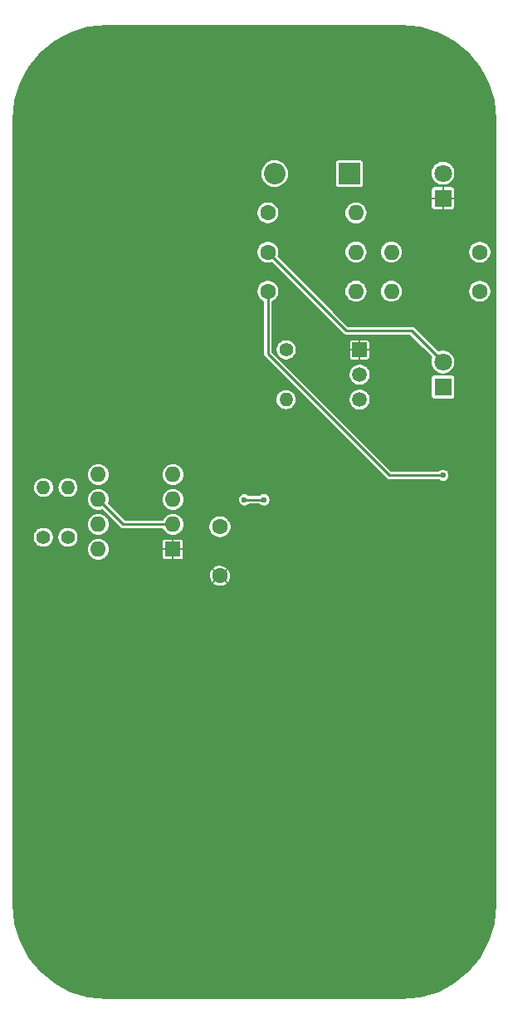
<source format=gbl>
%TF.GenerationSoftware,KiCad,Pcbnew,(6.0.0-rc1-dev-318-g6fdc5972f)*%
%TF.CreationDate,2018-08-27T12:50:57+01:00*%
%TF.ProjectId,SolderChallenge,536F6C6465724368616C6C656E67652E,rev?*%
%TF.SameCoordinates,PX2faf080PY8f0d180*%
%TF.FileFunction,Copper,L2,Bot,Signal*%
%TF.FilePolarity,Positive*%
%FSLAX46Y46*%
G04 Gerber Fmt 4.6, Leading zero omitted, Abs format (unit mm)*
G04 Created by KiCad (PCBNEW (6.0.0-rc1-dev-318-g6fdc5972f)) date 08/27/18 12:50:57*
%MOMM*%
%LPD*%
G01*
G04 APERTURE LIST*
%ADD10O,1.600000X1.600000*%
%ADD11C,1.600000*%
%ADD12R,2.200000X2.200000*%
%ADD13O,2.200000X2.200000*%
%ADD14C,1.800000*%
%ADD15R,1.800000X1.800000*%
%ADD16R,1.600000X1.600000*%
%ADD17C,1.400000*%
%ADD18O,1.400000X1.400000*%
%ADD19C,1.520000*%
%ADD20R,1.520000X1.520000*%
%ADD21C,0.600000*%
%ADD22C,0.250000*%
%ADD23C,0.200000*%
G04 APERTURE END LIST*
D10*
X39000000Y72500000D03*
D11*
X48000000Y72500000D03*
D10*
X39000000Y76500000D03*
D11*
X48000000Y76500000D03*
D10*
X35380000Y72500000D03*
D11*
X26380000Y72500000D03*
D10*
X35380000Y76500000D03*
D11*
X26380000Y76500000D03*
D10*
X35380000Y80500000D03*
D11*
X26380000Y80500000D03*
D12*
X34700000Y84500000D03*
D13*
X27080000Y84500000D03*
D14*
X44250000Y65290000D03*
D15*
X44250000Y62750000D03*
D11*
X21500000Y48500000D03*
X21500000Y43500000D03*
D16*
X16700000Y46200000D03*
D10*
X9080000Y53820000D03*
X16700000Y48740000D03*
X9080000Y51280000D03*
X16700000Y51280000D03*
X9080000Y48740000D03*
X16700000Y53820000D03*
X9080000Y46200000D03*
D17*
X6000000Y47420000D03*
D18*
X6000000Y52500000D03*
D17*
X3500000Y47420000D03*
D18*
X3500000Y52500000D03*
D17*
X28250000Y66550000D03*
D18*
X28250000Y61470000D03*
D15*
X44250000Y82000000D03*
D14*
X44250000Y84540000D03*
D19*
X35750000Y64000000D03*
X35750000Y61460000D03*
D20*
X35750000Y66540000D03*
D21*
X33500000Y16250000D03*
X13750000Y20750000D03*
X7250000Y27750000D03*
X7250000Y34000000D03*
X22500000Y16500000D03*
X15250000Y13750000D03*
X13750000Y28750000D03*
X22000000Y31250000D03*
X38000000Y46750000D03*
X37500000Y31700000D03*
X28200000Y19000000D03*
X44250000Y53750000D03*
X26000000Y51250000D03*
X24000000Y51250000D03*
D22*
X15250000Y13750000D02*
X15250000Y19250000D01*
X15250000Y19250000D02*
X13750000Y20750000D01*
X7250000Y34000000D02*
X7250000Y27750000D01*
X13750000Y28750000D02*
X12500000Y28750000D01*
X12500000Y28750000D02*
X7250000Y34000000D01*
X9080000Y51280000D02*
X11620000Y48740000D01*
X11620000Y48740000D02*
X16700000Y48740000D01*
X26380000Y76500000D02*
X34380000Y68500000D01*
X34380000Y68500000D02*
X41040000Y68500000D01*
X41040000Y68500000D02*
X44250000Y65290000D01*
X44230000Y65270000D02*
X44250000Y65270000D01*
X38750000Y53750000D02*
X44250000Y53750000D01*
X26380000Y66120000D02*
X38750000Y53750000D01*
X26380000Y72500000D02*
X26380000Y66120000D01*
X24000000Y51250000D02*
X26000000Y51250000D01*
D23*
G36*
X41943786Y99402159D02*
X43747212Y98844673D01*
X45377419Y97962009D01*
X46796672Y96791974D01*
X47966708Y95372718D01*
X48849369Y93742516D01*
X49406855Y91939091D01*
X49603321Y89978637D01*
X49603322Y10018635D01*
X49406855Y8058171D01*
X48849369Y6254744D01*
X47966706Y4624538D01*
X46796672Y3205282D01*
X45377418Y2035246D01*
X43747212Y1152581D01*
X41943786Y595093D01*
X39983324Y398626D01*
X10023317Y398626D01*
X8062863Y595092D01*
X6259431Y1152580D01*
X4629229Y2035243D01*
X3209975Y3205278D01*
X2039939Y4624532D01*
X1157275Y6254739D01*
X599788Y8058165D01*
X403321Y10018626D01*
X403321Y42771449D01*
X20771456Y42771449D01*
X20850312Y42605773D01*
X21037250Y42496207D01*
X21241972Y42425217D01*
X21456610Y42395530D01*
X21672915Y42408287D01*
X21882576Y42462998D01*
X22077534Y42557561D01*
X22149688Y42605773D01*
X22228544Y42771449D01*
X21500000Y43499993D01*
X20771456Y42771449D01*
X403321Y42771449D01*
X403321Y43543390D01*
X20395530Y43543390D01*
X20408287Y43327085D01*
X20462998Y43117424D01*
X20557561Y42922466D01*
X20605773Y42850312D01*
X20771449Y42771456D01*
X21499993Y43500000D01*
X21500007Y43500000D01*
X22228551Y42771456D01*
X22394227Y42850312D01*
X22503793Y43037250D01*
X22574783Y43241972D01*
X22604470Y43456610D01*
X22591713Y43672915D01*
X22537002Y43882576D01*
X22442439Y44077534D01*
X22394227Y44149688D01*
X22228551Y44228544D01*
X21500007Y43500000D01*
X21499993Y43500000D01*
X20771449Y44228544D01*
X20605773Y44149688D01*
X20496207Y43962750D01*
X20425217Y43758028D01*
X20395530Y43543390D01*
X403321Y43543390D01*
X403321Y44228551D01*
X20771456Y44228551D01*
X21500000Y43500007D01*
X22228544Y44228551D01*
X22149688Y44394227D01*
X21962750Y44503793D01*
X21758028Y44574783D01*
X21543390Y44604470D01*
X21327085Y44591713D01*
X21117424Y44537002D01*
X20922466Y44442439D01*
X20850312Y44394227D01*
X20771456Y44228551D01*
X403321Y44228551D01*
X403321Y46200000D01*
X7924436Y46200000D01*
X7946640Y45974561D01*
X8012398Y45757785D01*
X8119184Y45558003D01*
X8262893Y45382893D01*
X8438003Y45239184D01*
X8637785Y45132398D01*
X8854561Y45066640D01*
X9023508Y45050000D01*
X9136492Y45050000D01*
X9305439Y45066640D01*
X9522215Y45132398D01*
X9721997Y45239184D01*
X9897107Y45382893D01*
X10040816Y45558003D01*
X10147602Y45757785D01*
X10213360Y45974561D01*
X10228176Y46124995D01*
X15600000Y46124995D01*
X15600000Y45370452D01*
X15611529Y45312493D01*
X15634144Y45257896D01*
X15666975Y45208761D01*
X15708761Y45166975D01*
X15757897Y45134143D01*
X15812494Y45111529D01*
X15870453Y45100000D01*
X16624995Y45100000D01*
X16699995Y45175000D01*
X16699995Y46199995D01*
X16700005Y46199995D01*
X16700005Y45175000D01*
X16775005Y45100000D01*
X17529547Y45100000D01*
X17587506Y45111529D01*
X17642103Y45134143D01*
X17691239Y45166975D01*
X17733025Y45208761D01*
X17765856Y45257896D01*
X17788471Y45312493D01*
X17800000Y45370452D01*
X17800000Y46124995D01*
X17725000Y46199995D01*
X16700005Y46199995D01*
X16699995Y46199995D01*
X15675000Y46199995D01*
X15600000Y46124995D01*
X10228176Y46124995D01*
X10235564Y46200000D01*
X10213360Y46425439D01*
X10147602Y46642215D01*
X10040816Y46841997D01*
X9897107Y47017107D01*
X9881948Y47029548D01*
X15600000Y47029548D01*
X15600000Y46275005D01*
X15675000Y46200005D01*
X16699995Y46200005D01*
X16699995Y47225000D01*
X16700005Y47225000D01*
X16700005Y46200005D01*
X17725000Y46200005D01*
X17800000Y46275005D01*
X17800000Y47029548D01*
X17788471Y47087507D01*
X17765856Y47142104D01*
X17733025Y47191239D01*
X17691239Y47233025D01*
X17642103Y47265857D01*
X17587506Y47288471D01*
X17529547Y47300000D01*
X16775005Y47300000D01*
X16700005Y47225000D01*
X16699995Y47225000D01*
X16624995Y47300000D01*
X15870453Y47300000D01*
X15812494Y47288471D01*
X15757897Y47265857D01*
X15708761Y47233025D01*
X15666975Y47191239D01*
X15634144Y47142104D01*
X15611529Y47087507D01*
X15600000Y47029548D01*
X9881948Y47029548D01*
X9721997Y47160816D01*
X9522215Y47267602D01*
X9305439Y47333360D01*
X9136492Y47350000D01*
X9023508Y47350000D01*
X8854561Y47333360D01*
X8637785Y47267602D01*
X8438003Y47160816D01*
X8262893Y47017107D01*
X8119184Y46841997D01*
X8012398Y46642215D01*
X7946640Y46425439D01*
X7924436Y46200000D01*
X403321Y46200000D01*
X403321Y47523416D01*
X2450000Y47523416D01*
X2450000Y47316584D01*
X2490350Y47113726D01*
X2569502Y46922638D01*
X2684411Y46750664D01*
X2830664Y46604411D01*
X3002638Y46489502D01*
X3193726Y46410350D01*
X3396584Y46370000D01*
X3603416Y46370000D01*
X3806274Y46410350D01*
X3997362Y46489502D01*
X4169336Y46604411D01*
X4315589Y46750664D01*
X4430498Y46922638D01*
X4509650Y47113726D01*
X4550000Y47316584D01*
X4550000Y47523416D01*
X4950000Y47523416D01*
X4950000Y47316584D01*
X4990350Y47113726D01*
X5069502Y46922638D01*
X5184411Y46750664D01*
X5330664Y46604411D01*
X5502638Y46489502D01*
X5693726Y46410350D01*
X5896584Y46370000D01*
X6103416Y46370000D01*
X6306274Y46410350D01*
X6497362Y46489502D01*
X6669336Y46604411D01*
X6815589Y46750664D01*
X6930498Y46922638D01*
X7009650Y47113726D01*
X7050000Y47316584D01*
X7050000Y47523416D01*
X7009650Y47726274D01*
X6930498Y47917362D01*
X6815589Y48089336D01*
X6669336Y48235589D01*
X6497362Y48350498D01*
X6306274Y48429650D01*
X6103416Y48470000D01*
X5896584Y48470000D01*
X5693726Y48429650D01*
X5502638Y48350498D01*
X5330664Y48235589D01*
X5184411Y48089336D01*
X5069502Y47917362D01*
X4990350Y47726274D01*
X4950000Y47523416D01*
X4550000Y47523416D01*
X4509650Y47726274D01*
X4430498Y47917362D01*
X4315589Y48089336D01*
X4169336Y48235589D01*
X3997362Y48350498D01*
X3806274Y48429650D01*
X3603416Y48470000D01*
X3396584Y48470000D01*
X3193726Y48429650D01*
X3002638Y48350498D01*
X2830664Y48235589D01*
X2684411Y48089336D01*
X2569502Y47917362D01*
X2490350Y47726274D01*
X2450000Y47523416D01*
X403321Y47523416D01*
X403321Y48740000D01*
X7924436Y48740000D01*
X7946640Y48514561D01*
X8012398Y48297785D01*
X8119184Y48098003D01*
X8262893Y47922893D01*
X8438003Y47779184D01*
X8637785Y47672398D01*
X8854561Y47606640D01*
X9023508Y47590000D01*
X9136492Y47590000D01*
X9305439Y47606640D01*
X9522215Y47672398D01*
X9721997Y47779184D01*
X9897107Y47922893D01*
X10040816Y48098003D01*
X10147602Y48297785D01*
X10213360Y48514561D01*
X10235564Y48740000D01*
X10213360Y48965439D01*
X10147602Y49182215D01*
X10040816Y49381997D01*
X9897107Y49557107D01*
X9721997Y49700816D01*
X9522215Y49807602D01*
X9305439Y49873360D01*
X9136492Y49890000D01*
X9023508Y49890000D01*
X8854561Y49873360D01*
X8637785Y49807602D01*
X8438003Y49700816D01*
X8262893Y49557107D01*
X8119184Y49381997D01*
X8012398Y49182215D01*
X7946640Y48965439D01*
X7924436Y48740000D01*
X403321Y48740000D01*
X403321Y51280000D01*
X7924436Y51280000D01*
X7946640Y51054561D01*
X8012398Y50837785D01*
X8119184Y50638003D01*
X8262893Y50462893D01*
X8438003Y50319184D01*
X8637785Y50212398D01*
X8854561Y50146640D01*
X9023508Y50130000D01*
X9136492Y50130000D01*
X9305439Y50146640D01*
X9486642Y50201607D01*
X11267621Y48420628D01*
X11282499Y48402499D01*
X11354827Y48343141D01*
X11437346Y48299034D01*
X11526884Y48271873D01*
X11596668Y48265000D01*
X11596669Y48265000D01*
X11619999Y48262702D01*
X11643329Y48265000D01*
X15649922Y48265000D01*
X15739184Y48098003D01*
X15882893Y47922893D01*
X16058003Y47779184D01*
X16257785Y47672398D01*
X16474561Y47606640D01*
X16643508Y47590000D01*
X16756492Y47590000D01*
X16925439Y47606640D01*
X17142215Y47672398D01*
X17341997Y47779184D01*
X17517107Y47922893D01*
X17660816Y48098003D01*
X17767602Y48297785D01*
X17833360Y48514561D01*
X17843081Y48613265D01*
X20350000Y48613265D01*
X20350000Y48386735D01*
X20394194Y48164557D01*
X20480884Y47955271D01*
X20606737Y47766918D01*
X20766918Y47606737D01*
X20955271Y47480884D01*
X21164557Y47394194D01*
X21386735Y47350000D01*
X21613265Y47350000D01*
X21835443Y47394194D01*
X22044729Y47480884D01*
X22233082Y47606737D01*
X22393263Y47766918D01*
X22519116Y47955271D01*
X22605806Y48164557D01*
X22650000Y48386735D01*
X22650000Y48613265D01*
X22605806Y48835443D01*
X22519116Y49044729D01*
X22393263Y49233082D01*
X22233082Y49393263D01*
X22044729Y49519116D01*
X21835443Y49605806D01*
X21613265Y49650000D01*
X21386735Y49650000D01*
X21164557Y49605806D01*
X20955271Y49519116D01*
X20766918Y49393263D01*
X20606737Y49233082D01*
X20480884Y49044729D01*
X20394194Y48835443D01*
X20350000Y48613265D01*
X17843081Y48613265D01*
X17855564Y48740000D01*
X17833360Y48965439D01*
X17767602Y49182215D01*
X17660816Y49381997D01*
X17517107Y49557107D01*
X17341997Y49700816D01*
X17142215Y49807602D01*
X16925439Y49873360D01*
X16756492Y49890000D01*
X16643508Y49890000D01*
X16474561Y49873360D01*
X16257785Y49807602D01*
X16058003Y49700816D01*
X15882893Y49557107D01*
X15739184Y49381997D01*
X15649922Y49215000D01*
X11816751Y49215000D01*
X10158393Y50873358D01*
X10213360Y51054561D01*
X10235564Y51280000D01*
X15544436Y51280000D01*
X15566640Y51054561D01*
X15632398Y50837785D01*
X15739184Y50638003D01*
X15882893Y50462893D01*
X16058003Y50319184D01*
X16257785Y50212398D01*
X16474561Y50146640D01*
X16643508Y50130000D01*
X16756492Y50130000D01*
X16925439Y50146640D01*
X17142215Y50212398D01*
X17341997Y50319184D01*
X17517107Y50462893D01*
X17660816Y50638003D01*
X17767602Y50837785D01*
X17833360Y51054561D01*
X17855564Y51280000D01*
X17852214Y51314019D01*
X23350000Y51314019D01*
X23350000Y51185981D01*
X23374979Y51060402D01*
X23423978Y50942110D01*
X23495112Y50835649D01*
X23585649Y50745112D01*
X23692110Y50673978D01*
X23810402Y50624979D01*
X23935981Y50600000D01*
X24064019Y50600000D01*
X24189598Y50624979D01*
X24307890Y50673978D01*
X24414351Y50745112D01*
X24444239Y50775000D01*
X25555761Y50775000D01*
X25585649Y50745112D01*
X25692110Y50673978D01*
X25810402Y50624979D01*
X25935981Y50600000D01*
X26064019Y50600000D01*
X26189598Y50624979D01*
X26307890Y50673978D01*
X26414351Y50745112D01*
X26504888Y50835649D01*
X26576022Y50942110D01*
X26625021Y51060402D01*
X26650000Y51185981D01*
X26650000Y51314019D01*
X26625021Y51439598D01*
X26576022Y51557890D01*
X26504888Y51664351D01*
X26414351Y51754888D01*
X26307890Y51826022D01*
X26189598Y51875021D01*
X26064019Y51900000D01*
X25935981Y51900000D01*
X25810402Y51875021D01*
X25692110Y51826022D01*
X25585649Y51754888D01*
X25555761Y51725000D01*
X24444239Y51725000D01*
X24414351Y51754888D01*
X24307890Y51826022D01*
X24189598Y51875021D01*
X24064019Y51900000D01*
X23935981Y51900000D01*
X23810402Y51875021D01*
X23692110Y51826022D01*
X23585649Y51754888D01*
X23495112Y51664351D01*
X23423978Y51557890D01*
X23374979Y51439598D01*
X23350000Y51314019D01*
X17852214Y51314019D01*
X17833360Y51505439D01*
X17767602Y51722215D01*
X17660816Y51921997D01*
X17517107Y52097107D01*
X17341997Y52240816D01*
X17142215Y52347602D01*
X16925439Y52413360D01*
X16756492Y52430000D01*
X16643508Y52430000D01*
X16474561Y52413360D01*
X16257785Y52347602D01*
X16058003Y52240816D01*
X15882893Y52097107D01*
X15739184Y51921997D01*
X15632398Y51722215D01*
X15566640Y51505439D01*
X15544436Y51280000D01*
X10235564Y51280000D01*
X10213360Y51505439D01*
X10147602Y51722215D01*
X10040816Y51921997D01*
X9897107Y52097107D01*
X9721997Y52240816D01*
X9522215Y52347602D01*
X9305439Y52413360D01*
X9136492Y52430000D01*
X9023508Y52430000D01*
X8854561Y52413360D01*
X8637785Y52347602D01*
X8438003Y52240816D01*
X8262893Y52097107D01*
X8119184Y51921997D01*
X8012398Y51722215D01*
X7946640Y51505439D01*
X7924436Y51280000D01*
X403321Y51280000D01*
X403321Y52500000D01*
X2444920Y52500000D01*
X2465193Y52294164D01*
X2525233Y52096238D01*
X2622733Y51913829D01*
X2753946Y51753946D01*
X2913829Y51622733D01*
X3096238Y51525233D01*
X3294164Y51465193D01*
X3448422Y51450000D01*
X3551578Y51450000D01*
X3705836Y51465193D01*
X3903762Y51525233D01*
X4086171Y51622733D01*
X4246054Y51753946D01*
X4377267Y51913829D01*
X4474767Y52096238D01*
X4534807Y52294164D01*
X4555080Y52500000D01*
X4944920Y52500000D01*
X4965193Y52294164D01*
X5025233Y52096238D01*
X5122733Y51913829D01*
X5253946Y51753946D01*
X5413829Y51622733D01*
X5596238Y51525233D01*
X5794164Y51465193D01*
X5948422Y51450000D01*
X6051578Y51450000D01*
X6205836Y51465193D01*
X6403762Y51525233D01*
X6586171Y51622733D01*
X6746054Y51753946D01*
X6877267Y51913829D01*
X6974767Y52096238D01*
X7034807Y52294164D01*
X7055080Y52500000D01*
X7034807Y52705836D01*
X6974767Y52903762D01*
X6877267Y53086171D01*
X6746054Y53246054D01*
X6586171Y53377267D01*
X6403762Y53474767D01*
X6205836Y53534807D01*
X6051578Y53550000D01*
X5948422Y53550000D01*
X5794164Y53534807D01*
X5596238Y53474767D01*
X5413829Y53377267D01*
X5253946Y53246054D01*
X5122733Y53086171D01*
X5025233Y52903762D01*
X4965193Y52705836D01*
X4944920Y52500000D01*
X4555080Y52500000D01*
X4534807Y52705836D01*
X4474767Y52903762D01*
X4377267Y53086171D01*
X4246054Y53246054D01*
X4086171Y53377267D01*
X3903762Y53474767D01*
X3705836Y53534807D01*
X3551578Y53550000D01*
X3448422Y53550000D01*
X3294164Y53534807D01*
X3096238Y53474767D01*
X2913829Y53377267D01*
X2753946Y53246054D01*
X2622733Y53086171D01*
X2525233Y52903762D01*
X2465193Y52705836D01*
X2444920Y52500000D01*
X403321Y52500000D01*
X403321Y53820000D01*
X7924436Y53820000D01*
X7946640Y53594561D01*
X8012398Y53377785D01*
X8119184Y53178003D01*
X8262893Y53002893D01*
X8438003Y52859184D01*
X8637785Y52752398D01*
X8854561Y52686640D01*
X9023508Y52670000D01*
X9136492Y52670000D01*
X9305439Y52686640D01*
X9522215Y52752398D01*
X9721997Y52859184D01*
X9897107Y53002893D01*
X10040816Y53178003D01*
X10147602Y53377785D01*
X10213360Y53594561D01*
X10235564Y53820000D01*
X15544436Y53820000D01*
X15566640Y53594561D01*
X15632398Y53377785D01*
X15739184Y53178003D01*
X15882893Y53002893D01*
X16058003Y52859184D01*
X16257785Y52752398D01*
X16474561Y52686640D01*
X16643508Y52670000D01*
X16756492Y52670000D01*
X16925439Y52686640D01*
X17142215Y52752398D01*
X17341997Y52859184D01*
X17517107Y53002893D01*
X17660816Y53178003D01*
X17767602Y53377785D01*
X17833360Y53594561D01*
X17855564Y53820000D01*
X17833360Y54045439D01*
X17767602Y54262215D01*
X17660816Y54461997D01*
X17517107Y54637107D01*
X17341997Y54780816D01*
X17142215Y54887602D01*
X16925439Y54953360D01*
X16756492Y54970000D01*
X16643508Y54970000D01*
X16474561Y54953360D01*
X16257785Y54887602D01*
X16058003Y54780816D01*
X15882893Y54637107D01*
X15739184Y54461997D01*
X15632398Y54262215D01*
X15566640Y54045439D01*
X15544436Y53820000D01*
X10235564Y53820000D01*
X10213360Y54045439D01*
X10147602Y54262215D01*
X10040816Y54461997D01*
X9897107Y54637107D01*
X9721997Y54780816D01*
X9522215Y54887602D01*
X9305439Y54953360D01*
X9136492Y54970000D01*
X9023508Y54970000D01*
X8854561Y54953360D01*
X8637785Y54887602D01*
X8438003Y54780816D01*
X8262893Y54637107D01*
X8119184Y54461997D01*
X8012398Y54262215D01*
X7946640Y54045439D01*
X7924436Y53820000D01*
X403321Y53820000D01*
X403321Y61470000D01*
X27194920Y61470000D01*
X27215193Y61264164D01*
X27275233Y61066238D01*
X27372733Y60883829D01*
X27503946Y60723946D01*
X27663829Y60592733D01*
X27846238Y60495233D01*
X28044164Y60435193D01*
X28198422Y60420000D01*
X28301578Y60420000D01*
X28455836Y60435193D01*
X28653762Y60495233D01*
X28836171Y60592733D01*
X28996054Y60723946D01*
X29127267Y60883829D01*
X29224767Y61066238D01*
X29284807Y61264164D01*
X29305080Y61470000D01*
X29284807Y61675836D01*
X29224767Y61873762D01*
X29127267Y62056171D01*
X28996054Y62216054D01*
X28836171Y62347267D01*
X28653762Y62444767D01*
X28455836Y62504807D01*
X28301578Y62520000D01*
X28198422Y62520000D01*
X28044164Y62504807D01*
X27846238Y62444767D01*
X27663829Y62347267D01*
X27503946Y62216054D01*
X27372733Y62056171D01*
X27275233Y61873762D01*
X27215193Y61675836D01*
X27194920Y61470000D01*
X403321Y61470000D01*
X403321Y72613265D01*
X25230000Y72613265D01*
X25230000Y72386735D01*
X25274194Y72164557D01*
X25360884Y71955271D01*
X25486737Y71766918D01*
X25646918Y71606737D01*
X25835271Y71480884D01*
X25905000Y71452001D01*
X25905001Y66143342D01*
X25902702Y66120000D01*
X25911873Y66026884D01*
X25939035Y65937346D01*
X25983142Y65854827D01*
X26042500Y65782499D01*
X26060629Y65767621D01*
X38397625Y53430623D01*
X38412499Y53412499D01*
X38484827Y53353141D01*
X38538602Y53324398D01*
X38567345Y53309034D01*
X38656884Y53281873D01*
X38750000Y53272702D01*
X38773332Y53275000D01*
X43805761Y53275000D01*
X43835649Y53245112D01*
X43942110Y53173978D01*
X44060402Y53124979D01*
X44185981Y53100000D01*
X44314019Y53100000D01*
X44439598Y53124979D01*
X44557890Y53173978D01*
X44664351Y53245112D01*
X44754888Y53335649D01*
X44826022Y53442110D01*
X44875021Y53560402D01*
X44900000Y53685981D01*
X44900000Y53814019D01*
X44875021Y53939598D01*
X44826022Y54057890D01*
X44754888Y54164351D01*
X44664351Y54254888D01*
X44557890Y54326022D01*
X44439598Y54375021D01*
X44314019Y54400000D01*
X44185981Y54400000D01*
X44060402Y54375021D01*
X43942110Y54326022D01*
X43835649Y54254888D01*
X43805761Y54225000D01*
X38946752Y54225000D01*
X31602426Y61569325D01*
X34640000Y61569325D01*
X34640000Y61350675D01*
X34682657Y61136225D01*
X34766331Y60934218D01*
X34887807Y60752416D01*
X35042416Y60597807D01*
X35224218Y60476331D01*
X35426225Y60392657D01*
X35640675Y60350000D01*
X35859325Y60350000D01*
X36073775Y60392657D01*
X36275782Y60476331D01*
X36457584Y60597807D01*
X36612193Y60752416D01*
X36733669Y60934218D01*
X36817343Y61136225D01*
X36860000Y61350675D01*
X36860000Y61569325D01*
X36817343Y61783775D01*
X36733669Y61985782D01*
X36612193Y62167584D01*
X36457584Y62322193D01*
X36275782Y62443669D01*
X36073775Y62527343D01*
X35859325Y62570000D01*
X35640675Y62570000D01*
X35426225Y62527343D01*
X35224218Y62443669D01*
X35042416Y62322193D01*
X34887807Y62167584D01*
X34766331Y61985782D01*
X34682657Y61783775D01*
X34640000Y61569325D01*
X31602426Y61569325D01*
X29062426Y64109325D01*
X34640000Y64109325D01*
X34640000Y63890675D01*
X34682657Y63676225D01*
X34766331Y63474218D01*
X34887807Y63292416D01*
X35042416Y63137807D01*
X35224218Y63016331D01*
X35426225Y62932657D01*
X35640675Y62890000D01*
X35859325Y62890000D01*
X36073775Y62932657D01*
X36275782Y63016331D01*
X36457584Y63137807D01*
X36612193Y63292416D01*
X36733669Y63474218D01*
X36806480Y63650000D01*
X42998307Y63650000D01*
X42998307Y61850000D01*
X43005065Y61781388D01*
X43025078Y61715413D01*
X43057578Y61654610D01*
X43101315Y61601315D01*
X43154610Y61557578D01*
X43215413Y61525078D01*
X43281388Y61505065D01*
X43350000Y61498307D01*
X45150000Y61498307D01*
X45218612Y61505065D01*
X45284587Y61525078D01*
X45345390Y61557578D01*
X45398685Y61601315D01*
X45442422Y61654610D01*
X45474922Y61715413D01*
X45494935Y61781388D01*
X45501693Y61850000D01*
X45501693Y63650000D01*
X45494935Y63718612D01*
X45474922Y63784587D01*
X45442422Y63845390D01*
X45398685Y63898685D01*
X45345390Y63942422D01*
X45284587Y63974922D01*
X45218612Y63994935D01*
X45150000Y64001693D01*
X43350000Y64001693D01*
X43281388Y63994935D01*
X43215413Y63974922D01*
X43154610Y63942422D01*
X43101315Y63898685D01*
X43057578Y63845390D01*
X43025078Y63784587D01*
X43005065Y63718612D01*
X42998307Y63650000D01*
X36806480Y63650000D01*
X36817343Y63676225D01*
X36860000Y63890675D01*
X36860000Y64109325D01*
X36817343Y64323775D01*
X36733669Y64525782D01*
X36612193Y64707584D01*
X36457584Y64862193D01*
X36275782Y64983669D01*
X36073775Y65067343D01*
X35859325Y65110000D01*
X35640675Y65110000D01*
X35426225Y65067343D01*
X35224218Y64983669D01*
X35042416Y64862193D01*
X34887807Y64707584D01*
X34766331Y64525782D01*
X34682657Y64323775D01*
X34640000Y64109325D01*
X29062426Y64109325D01*
X26855000Y66316750D01*
X26855000Y66653416D01*
X27200000Y66653416D01*
X27200000Y66446584D01*
X27240350Y66243726D01*
X27319502Y66052638D01*
X27434411Y65880664D01*
X27580664Y65734411D01*
X27752638Y65619502D01*
X27943726Y65540350D01*
X28146584Y65500000D01*
X28353416Y65500000D01*
X28556274Y65540350D01*
X28747362Y65619502D01*
X28919336Y65734411D01*
X29065589Y65880664D01*
X29180498Y66052638D01*
X29259650Y66243726D01*
X29300000Y66446584D01*
X29300000Y66464995D01*
X34690000Y66464995D01*
X34690000Y65750452D01*
X34701529Y65692493D01*
X34724144Y65637896D01*
X34756975Y65588761D01*
X34798761Y65546975D01*
X34847897Y65514143D01*
X34902494Y65491529D01*
X34960453Y65480000D01*
X35674995Y65480000D01*
X35749995Y65555000D01*
X35749995Y66539995D01*
X35750005Y66539995D01*
X35750005Y65555000D01*
X35825005Y65480000D01*
X36539547Y65480000D01*
X36597506Y65491529D01*
X36652103Y65514143D01*
X36701239Y65546975D01*
X36743025Y65588761D01*
X36775856Y65637896D01*
X36798471Y65692493D01*
X36810000Y65750452D01*
X36810000Y66464995D01*
X36735000Y66539995D01*
X35750005Y66539995D01*
X35749995Y66539995D01*
X34765000Y66539995D01*
X34690000Y66464995D01*
X29300000Y66464995D01*
X29300000Y66653416D01*
X29259650Y66856274D01*
X29180498Y67047362D01*
X29065589Y67219336D01*
X28955377Y67329548D01*
X34690000Y67329548D01*
X34690000Y66615005D01*
X34765000Y66540005D01*
X35749995Y66540005D01*
X35749995Y67525000D01*
X35750005Y67525000D01*
X35750005Y66540005D01*
X36735000Y66540005D01*
X36810000Y66615005D01*
X36810000Y67329548D01*
X36798471Y67387507D01*
X36775856Y67442104D01*
X36743025Y67491239D01*
X36701239Y67533025D01*
X36652103Y67565857D01*
X36597506Y67588471D01*
X36539547Y67600000D01*
X35825005Y67600000D01*
X35750005Y67525000D01*
X35749995Y67525000D01*
X35674995Y67600000D01*
X34960453Y67600000D01*
X34902494Y67588471D01*
X34847897Y67565857D01*
X34798761Y67533025D01*
X34756975Y67491239D01*
X34724144Y67442104D01*
X34701529Y67387507D01*
X34690000Y67329548D01*
X28955377Y67329548D01*
X28919336Y67365589D01*
X28747362Y67480498D01*
X28556274Y67559650D01*
X28353416Y67600000D01*
X28146584Y67600000D01*
X27943726Y67559650D01*
X27752638Y67480498D01*
X27580664Y67365589D01*
X27434411Y67219336D01*
X27319502Y67047362D01*
X27240350Y66856274D01*
X27200000Y66653416D01*
X26855000Y66653416D01*
X26855000Y71452001D01*
X26924729Y71480884D01*
X27113082Y71606737D01*
X27273263Y71766918D01*
X27399116Y71955271D01*
X27485806Y72164557D01*
X27530000Y72386735D01*
X27530000Y72613265D01*
X27485806Y72835443D01*
X27399116Y73044729D01*
X27273263Y73233082D01*
X27113082Y73393263D01*
X26924729Y73519116D01*
X26715443Y73605806D01*
X26493265Y73650000D01*
X26266735Y73650000D01*
X26044557Y73605806D01*
X25835271Y73519116D01*
X25646918Y73393263D01*
X25486737Y73233082D01*
X25360884Y73044729D01*
X25274194Y72835443D01*
X25230000Y72613265D01*
X403321Y72613265D01*
X403321Y76613265D01*
X25230000Y76613265D01*
X25230000Y76386735D01*
X25274194Y76164557D01*
X25360884Y75955271D01*
X25486737Y75766918D01*
X25646918Y75606737D01*
X25835271Y75480884D01*
X26044557Y75394194D01*
X26266735Y75350000D01*
X26493265Y75350000D01*
X26715443Y75394194D01*
X26785173Y75423077D01*
X34027621Y68180628D01*
X34042499Y68162499D01*
X34114827Y68103141D01*
X34197346Y68059034D01*
X34286884Y68031873D01*
X34356668Y68025000D01*
X34356669Y68025000D01*
X34379999Y68022702D01*
X34403329Y68025000D01*
X40843250Y68025000D01*
X43096540Y65771708D01*
X43048037Y65654611D01*
X43000000Y65413114D01*
X43000000Y65166886D01*
X43048037Y64925389D01*
X43142265Y64697903D01*
X43279062Y64493172D01*
X43453172Y64319062D01*
X43657903Y64182265D01*
X43885389Y64088037D01*
X44126886Y64040000D01*
X44373114Y64040000D01*
X44614611Y64088037D01*
X44842097Y64182265D01*
X45046828Y64319062D01*
X45220938Y64493172D01*
X45357735Y64697903D01*
X45451963Y64925389D01*
X45500000Y65166886D01*
X45500000Y65413114D01*
X45451963Y65654611D01*
X45357735Y65882097D01*
X45220938Y66086828D01*
X45046828Y66260938D01*
X44842097Y66397735D01*
X44614611Y66491963D01*
X44373114Y66540000D01*
X44126886Y66540000D01*
X43885389Y66491963D01*
X43768292Y66443460D01*
X41392384Y68819366D01*
X41377501Y68837501D01*
X41305173Y68896859D01*
X41222654Y68940966D01*
X41133116Y68968127D01*
X41063332Y68975000D01*
X41040000Y68977298D01*
X41016668Y68975000D01*
X34576751Y68975000D01*
X31051751Y72500000D01*
X34224436Y72500000D01*
X34246640Y72274561D01*
X34312398Y72057785D01*
X34419184Y71858003D01*
X34562893Y71682893D01*
X34738003Y71539184D01*
X34937785Y71432398D01*
X35154561Y71366640D01*
X35323508Y71350000D01*
X35436492Y71350000D01*
X35605439Y71366640D01*
X35822215Y71432398D01*
X36021997Y71539184D01*
X36197107Y71682893D01*
X36340816Y71858003D01*
X36447602Y72057785D01*
X36513360Y72274561D01*
X36535564Y72500000D01*
X37844436Y72500000D01*
X37866640Y72274561D01*
X37932398Y72057785D01*
X38039184Y71858003D01*
X38182893Y71682893D01*
X38358003Y71539184D01*
X38557785Y71432398D01*
X38774561Y71366640D01*
X38943508Y71350000D01*
X39056492Y71350000D01*
X39225439Y71366640D01*
X39442215Y71432398D01*
X39641997Y71539184D01*
X39817107Y71682893D01*
X39960816Y71858003D01*
X40067602Y72057785D01*
X40133360Y72274561D01*
X40155564Y72500000D01*
X40144409Y72613265D01*
X46850000Y72613265D01*
X46850000Y72386735D01*
X46894194Y72164557D01*
X46980884Y71955271D01*
X47106737Y71766918D01*
X47266918Y71606737D01*
X47455271Y71480884D01*
X47664557Y71394194D01*
X47886735Y71350000D01*
X48113265Y71350000D01*
X48335443Y71394194D01*
X48544729Y71480884D01*
X48733082Y71606737D01*
X48893263Y71766918D01*
X49019116Y71955271D01*
X49105806Y72164557D01*
X49150000Y72386735D01*
X49150000Y72613265D01*
X49105806Y72835443D01*
X49019116Y73044729D01*
X48893263Y73233082D01*
X48733082Y73393263D01*
X48544729Y73519116D01*
X48335443Y73605806D01*
X48113265Y73650000D01*
X47886735Y73650000D01*
X47664557Y73605806D01*
X47455271Y73519116D01*
X47266918Y73393263D01*
X47106737Y73233082D01*
X46980884Y73044729D01*
X46894194Y72835443D01*
X46850000Y72613265D01*
X40144409Y72613265D01*
X40133360Y72725439D01*
X40067602Y72942215D01*
X39960816Y73141997D01*
X39817107Y73317107D01*
X39641997Y73460816D01*
X39442215Y73567602D01*
X39225439Y73633360D01*
X39056492Y73650000D01*
X38943508Y73650000D01*
X38774561Y73633360D01*
X38557785Y73567602D01*
X38358003Y73460816D01*
X38182893Y73317107D01*
X38039184Y73141997D01*
X37932398Y72942215D01*
X37866640Y72725439D01*
X37844436Y72500000D01*
X36535564Y72500000D01*
X36513360Y72725439D01*
X36447602Y72942215D01*
X36340816Y73141997D01*
X36197107Y73317107D01*
X36021997Y73460816D01*
X35822215Y73567602D01*
X35605439Y73633360D01*
X35436492Y73650000D01*
X35323508Y73650000D01*
X35154561Y73633360D01*
X34937785Y73567602D01*
X34738003Y73460816D01*
X34562893Y73317107D01*
X34419184Y73141997D01*
X34312398Y72942215D01*
X34246640Y72725439D01*
X34224436Y72500000D01*
X31051751Y72500000D01*
X27456923Y76094827D01*
X27485806Y76164557D01*
X27530000Y76386735D01*
X27530000Y76500000D01*
X34224436Y76500000D01*
X34246640Y76274561D01*
X34312398Y76057785D01*
X34419184Y75858003D01*
X34562893Y75682893D01*
X34738003Y75539184D01*
X34937785Y75432398D01*
X35154561Y75366640D01*
X35323508Y75350000D01*
X35436492Y75350000D01*
X35605439Y75366640D01*
X35822215Y75432398D01*
X36021997Y75539184D01*
X36197107Y75682893D01*
X36340816Y75858003D01*
X36447602Y76057785D01*
X36513360Y76274561D01*
X36535564Y76500000D01*
X37844436Y76500000D01*
X37866640Y76274561D01*
X37932398Y76057785D01*
X38039184Y75858003D01*
X38182893Y75682893D01*
X38358003Y75539184D01*
X38557785Y75432398D01*
X38774561Y75366640D01*
X38943508Y75350000D01*
X39056492Y75350000D01*
X39225439Y75366640D01*
X39442215Y75432398D01*
X39641997Y75539184D01*
X39817107Y75682893D01*
X39960816Y75858003D01*
X40067602Y76057785D01*
X40133360Y76274561D01*
X40155564Y76500000D01*
X40144409Y76613265D01*
X46850000Y76613265D01*
X46850000Y76386735D01*
X46894194Y76164557D01*
X46980884Y75955271D01*
X47106737Y75766918D01*
X47266918Y75606737D01*
X47455271Y75480884D01*
X47664557Y75394194D01*
X47886735Y75350000D01*
X48113265Y75350000D01*
X48335443Y75394194D01*
X48544729Y75480884D01*
X48733082Y75606737D01*
X48893263Y75766918D01*
X49019116Y75955271D01*
X49105806Y76164557D01*
X49150000Y76386735D01*
X49150000Y76613265D01*
X49105806Y76835443D01*
X49019116Y77044729D01*
X48893263Y77233082D01*
X48733082Y77393263D01*
X48544729Y77519116D01*
X48335443Y77605806D01*
X48113265Y77650000D01*
X47886735Y77650000D01*
X47664557Y77605806D01*
X47455271Y77519116D01*
X47266918Y77393263D01*
X47106737Y77233082D01*
X46980884Y77044729D01*
X46894194Y76835443D01*
X46850000Y76613265D01*
X40144409Y76613265D01*
X40133360Y76725439D01*
X40067602Y76942215D01*
X39960816Y77141997D01*
X39817107Y77317107D01*
X39641997Y77460816D01*
X39442215Y77567602D01*
X39225439Y77633360D01*
X39056492Y77650000D01*
X38943508Y77650000D01*
X38774561Y77633360D01*
X38557785Y77567602D01*
X38358003Y77460816D01*
X38182893Y77317107D01*
X38039184Y77141997D01*
X37932398Y76942215D01*
X37866640Y76725439D01*
X37844436Y76500000D01*
X36535564Y76500000D01*
X36513360Y76725439D01*
X36447602Y76942215D01*
X36340816Y77141997D01*
X36197107Y77317107D01*
X36021997Y77460816D01*
X35822215Y77567602D01*
X35605439Y77633360D01*
X35436492Y77650000D01*
X35323508Y77650000D01*
X35154561Y77633360D01*
X34937785Y77567602D01*
X34738003Y77460816D01*
X34562893Y77317107D01*
X34419184Y77141997D01*
X34312398Y76942215D01*
X34246640Y76725439D01*
X34224436Y76500000D01*
X27530000Y76500000D01*
X27530000Y76613265D01*
X27485806Y76835443D01*
X27399116Y77044729D01*
X27273263Y77233082D01*
X27113082Y77393263D01*
X26924729Y77519116D01*
X26715443Y77605806D01*
X26493265Y77650000D01*
X26266735Y77650000D01*
X26044557Y77605806D01*
X25835271Y77519116D01*
X25646918Y77393263D01*
X25486737Y77233082D01*
X25360884Y77044729D01*
X25274194Y76835443D01*
X25230000Y76613265D01*
X403321Y76613265D01*
X403321Y80613265D01*
X25230000Y80613265D01*
X25230000Y80386735D01*
X25274194Y80164557D01*
X25360884Y79955271D01*
X25486737Y79766918D01*
X25646918Y79606737D01*
X25835271Y79480884D01*
X26044557Y79394194D01*
X26266735Y79350000D01*
X26493265Y79350000D01*
X26715443Y79394194D01*
X26924729Y79480884D01*
X27113082Y79606737D01*
X27273263Y79766918D01*
X27399116Y79955271D01*
X27485806Y80164557D01*
X27530000Y80386735D01*
X27530000Y80500000D01*
X34224436Y80500000D01*
X34246640Y80274561D01*
X34312398Y80057785D01*
X34419184Y79858003D01*
X34562893Y79682893D01*
X34738003Y79539184D01*
X34937785Y79432398D01*
X35154561Y79366640D01*
X35323508Y79350000D01*
X35436492Y79350000D01*
X35605439Y79366640D01*
X35822215Y79432398D01*
X36021997Y79539184D01*
X36197107Y79682893D01*
X36340816Y79858003D01*
X36447602Y80057785D01*
X36513360Y80274561D01*
X36535564Y80500000D01*
X36513360Y80725439D01*
X36447602Y80942215D01*
X36340816Y81141997D01*
X36197107Y81317107D01*
X36021997Y81460816D01*
X35822215Y81567602D01*
X35605439Y81633360D01*
X35436492Y81650000D01*
X35323508Y81650000D01*
X35154561Y81633360D01*
X34937785Y81567602D01*
X34738003Y81460816D01*
X34562893Y81317107D01*
X34419184Y81141997D01*
X34312398Y80942215D01*
X34246640Y80725439D01*
X34224436Y80500000D01*
X27530000Y80500000D01*
X27530000Y80613265D01*
X27485806Y80835443D01*
X27399116Y81044729D01*
X27273263Y81233082D01*
X27113082Y81393263D01*
X26924729Y81519116D01*
X26715443Y81605806D01*
X26493265Y81650000D01*
X26266735Y81650000D01*
X26044557Y81605806D01*
X25835271Y81519116D01*
X25646918Y81393263D01*
X25486737Y81233082D01*
X25360884Y81044729D01*
X25274194Y80835443D01*
X25230000Y80613265D01*
X403321Y80613265D01*
X403321Y81924995D01*
X43050000Y81924995D01*
X43050000Y81070453D01*
X43061529Y81012494D01*
X43084143Y80957897D01*
X43116975Y80908761D01*
X43158761Y80866975D01*
X43207896Y80834144D01*
X43262493Y80811529D01*
X43320452Y80800000D01*
X44174995Y80800000D01*
X44249995Y80875000D01*
X44249995Y81999995D01*
X44250005Y81999995D01*
X44250005Y80875000D01*
X44325005Y80800000D01*
X45179548Y80800000D01*
X45237507Y80811529D01*
X45292104Y80834144D01*
X45341239Y80866975D01*
X45383025Y80908761D01*
X45415857Y80957897D01*
X45438471Y81012494D01*
X45450000Y81070453D01*
X45450000Y81924995D01*
X45375000Y81999995D01*
X44250005Y81999995D01*
X44249995Y81999995D01*
X43125000Y81999995D01*
X43050000Y81924995D01*
X403321Y81924995D01*
X403321Y82929547D01*
X43050000Y82929547D01*
X43050000Y82075005D01*
X43125000Y82000005D01*
X44249995Y82000005D01*
X44249995Y83125000D01*
X44250005Y83125000D01*
X44250005Y82000005D01*
X45375000Y82000005D01*
X45450000Y82075005D01*
X45450000Y82929547D01*
X45438471Y82987506D01*
X45415857Y83042103D01*
X45383025Y83091239D01*
X45341239Y83133025D01*
X45292104Y83165856D01*
X45237507Y83188471D01*
X45179548Y83200000D01*
X44325005Y83200000D01*
X44250005Y83125000D01*
X44249995Y83125000D01*
X44174995Y83200000D01*
X43320452Y83200000D01*
X43262493Y83188471D01*
X43207896Y83165856D01*
X43158761Y83133025D01*
X43116975Y83091239D01*
X43084143Y83042103D01*
X43061529Y82987506D01*
X43050000Y82929547D01*
X403321Y82929547D01*
X403321Y84500000D01*
X25622985Y84500000D01*
X25650981Y84215750D01*
X25733894Y83942424D01*
X25868536Y83690526D01*
X26049735Y83469735D01*
X26270526Y83288536D01*
X26522424Y83153894D01*
X26795750Y83070981D01*
X27008775Y83050000D01*
X27151225Y83050000D01*
X27364250Y83070981D01*
X27637576Y83153894D01*
X27889474Y83288536D01*
X28110265Y83469735D01*
X28291464Y83690526D01*
X28426106Y83942424D01*
X28509019Y84215750D01*
X28537015Y84500000D01*
X28509019Y84784250D01*
X28426106Y85057576D01*
X28291464Y85309474D01*
X28110265Y85530265D01*
X28025293Y85600000D01*
X33248307Y85600000D01*
X33248307Y83400000D01*
X33255065Y83331388D01*
X33275078Y83265413D01*
X33307578Y83204610D01*
X33351315Y83151315D01*
X33404610Y83107578D01*
X33465413Y83075078D01*
X33531388Y83055065D01*
X33600000Y83048307D01*
X35800000Y83048307D01*
X35868612Y83055065D01*
X35934587Y83075078D01*
X35995390Y83107578D01*
X36048685Y83151315D01*
X36092422Y83204610D01*
X36124922Y83265413D01*
X36144935Y83331388D01*
X36151693Y83400000D01*
X36151693Y84663114D01*
X43000000Y84663114D01*
X43000000Y84416886D01*
X43048037Y84175389D01*
X43142265Y83947903D01*
X43279062Y83743172D01*
X43453172Y83569062D01*
X43657903Y83432265D01*
X43885389Y83338037D01*
X44126886Y83290000D01*
X44373114Y83290000D01*
X44614611Y83338037D01*
X44842097Y83432265D01*
X45046828Y83569062D01*
X45220938Y83743172D01*
X45357735Y83947903D01*
X45451963Y84175389D01*
X45500000Y84416886D01*
X45500000Y84663114D01*
X45451963Y84904611D01*
X45357735Y85132097D01*
X45220938Y85336828D01*
X45046828Y85510938D01*
X44842097Y85647735D01*
X44614611Y85741963D01*
X44373114Y85790000D01*
X44126886Y85790000D01*
X43885389Y85741963D01*
X43657903Y85647735D01*
X43453172Y85510938D01*
X43279062Y85336828D01*
X43142265Y85132097D01*
X43048037Y84904611D01*
X43000000Y84663114D01*
X36151693Y84663114D01*
X36151693Y85600000D01*
X36144935Y85668612D01*
X36124922Y85734587D01*
X36092422Y85795390D01*
X36048685Y85848685D01*
X35995390Y85892422D01*
X35934587Y85924922D01*
X35868612Y85944935D01*
X35800000Y85951693D01*
X33600000Y85951693D01*
X33531388Y85944935D01*
X33465413Y85924922D01*
X33404610Y85892422D01*
X33351315Y85848685D01*
X33307578Y85795390D01*
X33275078Y85734587D01*
X33255065Y85668612D01*
X33248307Y85600000D01*
X28025293Y85600000D01*
X27889474Y85711464D01*
X27637576Y85846106D01*
X27364250Y85929019D01*
X27151225Y85950000D01*
X27008775Y85950000D01*
X26795750Y85929019D01*
X26522424Y85846106D01*
X26270526Y85711464D01*
X26049735Y85530265D01*
X25868536Y85309474D01*
X25733894Y85057576D01*
X25650981Y84784250D01*
X25622985Y84500000D01*
X403321Y84500000D01*
X403321Y89978636D01*
X599788Y91939096D01*
X1157275Y93742522D01*
X2039936Y95372723D01*
X3209974Y96791979D01*
X4629229Y97962012D01*
X6259435Y98844675D01*
X8062861Y99402160D01*
X10023317Y99598626D01*
X39983324Y99598626D01*
X41943786Y99402159D01*
X41943786Y99402159D01*
G37*
X41943786Y99402159D02*
X43747212Y98844673D01*
X45377419Y97962009D01*
X46796672Y96791974D01*
X47966708Y95372718D01*
X48849369Y93742516D01*
X49406855Y91939091D01*
X49603321Y89978637D01*
X49603322Y10018635D01*
X49406855Y8058171D01*
X48849369Y6254744D01*
X47966706Y4624538D01*
X46796672Y3205282D01*
X45377418Y2035246D01*
X43747212Y1152581D01*
X41943786Y595093D01*
X39983324Y398626D01*
X10023317Y398626D01*
X8062863Y595092D01*
X6259431Y1152580D01*
X4629229Y2035243D01*
X3209975Y3205278D01*
X2039939Y4624532D01*
X1157275Y6254739D01*
X599788Y8058165D01*
X403321Y10018626D01*
X403321Y42771449D01*
X20771456Y42771449D01*
X20850312Y42605773D01*
X21037250Y42496207D01*
X21241972Y42425217D01*
X21456610Y42395530D01*
X21672915Y42408287D01*
X21882576Y42462998D01*
X22077534Y42557561D01*
X22149688Y42605773D01*
X22228544Y42771449D01*
X21500000Y43499993D01*
X20771456Y42771449D01*
X403321Y42771449D01*
X403321Y43543390D01*
X20395530Y43543390D01*
X20408287Y43327085D01*
X20462998Y43117424D01*
X20557561Y42922466D01*
X20605773Y42850312D01*
X20771449Y42771456D01*
X21499993Y43500000D01*
X21500007Y43500000D01*
X22228551Y42771456D01*
X22394227Y42850312D01*
X22503793Y43037250D01*
X22574783Y43241972D01*
X22604470Y43456610D01*
X22591713Y43672915D01*
X22537002Y43882576D01*
X22442439Y44077534D01*
X22394227Y44149688D01*
X22228551Y44228544D01*
X21500007Y43500000D01*
X21499993Y43500000D01*
X20771449Y44228544D01*
X20605773Y44149688D01*
X20496207Y43962750D01*
X20425217Y43758028D01*
X20395530Y43543390D01*
X403321Y43543390D01*
X403321Y44228551D01*
X20771456Y44228551D01*
X21500000Y43500007D01*
X22228544Y44228551D01*
X22149688Y44394227D01*
X21962750Y44503793D01*
X21758028Y44574783D01*
X21543390Y44604470D01*
X21327085Y44591713D01*
X21117424Y44537002D01*
X20922466Y44442439D01*
X20850312Y44394227D01*
X20771456Y44228551D01*
X403321Y44228551D01*
X403321Y46200000D01*
X7924436Y46200000D01*
X7946640Y45974561D01*
X8012398Y45757785D01*
X8119184Y45558003D01*
X8262893Y45382893D01*
X8438003Y45239184D01*
X8637785Y45132398D01*
X8854561Y45066640D01*
X9023508Y45050000D01*
X9136492Y45050000D01*
X9305439Y45066640D01*
X9522215Y45132398D01*
X9721997Y45239184D01*
X9897107Y45382893D01*
X10040816Y45558003D01*
X10147602Y45757785D01*
X10213360Y45974561D01*
X10228176Y46124995D01*
X15600000Y46124995D01*
X15600000Y45370452D01*
X15611529Y45312493D01*
X15634144Y45257896D01*
X15666975Y45208761D01*
X15708761Y45166975D01*
X15757897Y45134143D01*
X15812494Y45111529D01*
X15870453Y45100000D01*
X16624995Y45100000D01*
X16699995Y45175000D01*
X16699995Y46199995D01*
X16700005Y46199995D01*
X16700005Y45175000D01*
X16775005Y45100000D01*
X17529547Y45100000D01*
X17587506Y45111529D01*
X17642103Y45134143D01*
X17691239Y45166975D01*
X17733025Y45208761D01*
X17765856Y45257896D01*
X17788471Y45312493D01*
X17800000Y45370452D01*
X17800000Y46124995D01*
X17725000Y46199995D01*
X16700005Y46199995D01*
X16699995Y46199995D01*
X15675000Y46199995D01*
X15600000Y46124995D01*
X10228176Y46124995D01*
X10235564Y46200000D01*
X10213360Y46425439D01*
X10147602Y46642215D01*
X10040816Y46841997D01*
X9897107Y47017107D01*
X9881948Y47029548D01*
X15600000Y47029548D01*
X15600000Y46275005D01*
X15675000Y46200005D01*
X16699995Y46200005D01*
X16699995Y47225000D01*
X16700005Y47225000D01*
X16700005Y46200005D01*
X17725000Y46200005D01*
X17800000Y46275005D01*
X17800000Y47029548D01*
X17788471Y47087507D01*
X17765856Y47142104D01*
X17733025Y47191239D01*
X17691239Y47233025D01*
X17642103Y47265857D01*
X17587506Y47288471D01*
X17529547Y47300000D01*
X16775005Y47300000D01*
X16700005Y47225000D01*
X16699995Y47225000D01*
X16624995Y47300000D01*
X15870453Y47300000D01*
X15812494Y47288471D01*
X15757897Y47265857D01*
X15708761Y47233025D01*
X15666975Y47191239D01*
X15634144Y47142104D01*
X15611529Y47087507D01*
X15600000Y47029548D01*
X9881948Y47029548D01*
X9721997Y47160816D01*
X9522215Y47267602D01*
X9305439Y47333360D01*
X9136492Y47350000D01*
X9023508Y47350000D01*
X8854561Y47333360D01*
X8637785Y47267602D01*
X8438003Y47160816D01*
X8262893Y47017107D01*
X8119184Y46841997D01*
X8012398Y46642215D01*
X7946640Y46425439D01*
X7924436Y46200000D01*
X403321Y46200000D01*
X403321Y47523416D01*
X2450000Y47523416D01*
X2450000Y47316584D01*
X2490350Y47113726D01*
X2569502Y46922638D01*
X2684411Y46750664D01*
X2830664Y46604411D01*
X3002638Y46489502D01*
X3193726Y46410350D01*
X3396584Y46370000D01*
X3603416Y46370000D01*
X3806274Y46410350D01*
X3997362Y46489502D01*
X4169336Y46604411D01*
X4315589Y46750664D01*
X4430498Y46922638D01*
X4509650Y47113726D01*
X4550000Y47316584D01*
X4550000Y47523416D01*
X4950000Y47523416D01*
X4950000Y47316584D01*
X4990350Y47113726D01*
X5069502Y46922638D01*
X5184411Y46750664D01*
X5330664Y46604411D01*
X5502638Y46489502D01*
X5693726Y46410350D01*
X5896584Y46370000D01*
X6103416Y46370000D01*
X6306274Y46410350D01*
X6497362Y46489502D01*
X6669336Y46604411D01*
X6815589Y46750664D01*
X6930498Y46922638D01*
X7009650Y47113726D01*
X7050000Y47316584D01*
X7050000Y47523416D01*
X7009650Y47726274D01*
X6930498Y47917362D01*
X6815589Y48089336D01*
X6669336Y48235589D01*
X6497362Y48350498D01*
X6306274Y48429650D01*
X6103416Y48470000D01*
X5896584Y48470000D01*
X5693726Y48429650D01*
X5502638Y48350498D01*
X5330664Y48235589D01*
X5184411Y48089336D01*
X5069502Y47917362D01*
X4990350Y47726274D01*
X4950000Y47523416D01*
X4550000Y47523416D01*
X4509650Y47726274D01*
X4430498Y47917362D01*
X4315589Y48089336D01*
X4169336Y48235589D01*
X3997362Y48350498D01*
X3806274Y48429650D01*
X3603416Y48470000D01*
X3396584Y48470000D01*
X3193726Y48429650D01*
X3002638Y48350498D01*
X2830664Y48235589D01*
X2684411Y48089336D01*
X2569502Y47917362D01*
X2490350Y47726274D01*
X2450000Y47523416D01*
X403321Y47523416D01*
X403321Y48740000D01*
X7924436Y48740000D01*
X7946640Y48514561D01*
X8012398Y48297785D01*
X8119184Y48098003D01*
X8262893Y47922893D01*
X8438003Y47779184D01*
X8637785Y47672398D01*
X8854561Y47606640D01*
X9023508Y47590000D01*
X9136492Y47590000D01*
X9305439Y47606640D01*
X9522215Y47672398D01*
X9721997Y47779184D01*
X9897107Y47922893D01*
X10040816Y48098003D01*
X10147602Y48297785D01*
X10213360Y48514561D01*
X10235564Y48740000D01*
X10213360Y48965439D01*
X10147602Y49182215D01*
X10040816Y49381997D01*
X9897107Y49557107D01*
X9721997Y49700816D01*
X9522215Y49807602D01*
X9305439Y49873360D01*
X9136492Y49890000D01*
X9023508Y49890000D01*
X8854561Y49873360D01*
X8637785Y49807602D01*
X8438003Y49700816D01*
X8262893Y49557107D01*
X8119184Y49381997D01*
X8012398Y49182215D01*
X7946640Y48965439D01*
X7924436Y48740000D01*
X403321Y48740000D01*
X403321Y51280000D01*
X7924436Y51280000D01*
X7946640Y51054561D01*
X8012398Y50837785D01*
X8119184Y50638003D01*
X8262893Y50462893D01*
X8438003Y50319184D01*
X8637785Y50212398D01*
X8854561Y50146640D01*
X9023508Y50130000D01*
X9136492Y50130000D01*
X9305439Y50146640D01*
X9486642Y50201607D01*
X11267621Y48420628D01*
X11282499Y48402499D01*
X11354827Y48343141D01*
X11437346Y48299034D01*
X11526884Y48271873D01*
X11596668Y48265000D01*
X11596669Y48265000D01*
X11619999Y48262702D01*
X11643329Y48265000D01*
X15649922Y48265000D01*
X15739184Y48098003D01*
X15882893Y47922893D01*
X16058003Y47779184D01*
X16257785Y47672398D01*
X16474561Y47606640D01*
X16643508Y47590000D01*
X16756492Y47590000D01*
X16925439Y47606640D01*
X17142215Y47672398D01*
X17341997Y47779184D01*
X17517107Y47922893D01*
X17660816Y48098003D01*
X17767602Y48297785D01*
X17833360Y48514561D01*
X17843081Y48613265D01*
X20350000Y48613265D01*
X20350000Y48386735D01*
X20394194Y48164557D01*
X20480884Y47955271D01*
X20606737Y47766918D01*
X20766918Y47606737D01*
X20955271Y47480884D01*
X21164557Y47394194D01*
X21386735Y47350000D01*
X21613265Y47350000D01*
X21835443Y47394194D01*
X22044729Y47480884D01*
X22233082Y47606737D01*
X22393263Y47766918D01*
X22519116Y47955271D01*
X22605806Y48164557D01*
X22650000Y48386735D01*
X22650000Y48613265D01*
X22605806Y48835443D01*
X22519116Y49044729D01*
X22393263Y49233082D01*
X22233082Y49393263D01*
X22044729Y49519116D01*
X21835443Y49605806D01*
X21613265Y49650000D01*
X21386735Y49650000D01*
X21164557Y49605806D01*
X20955271Y49519116D01*
X20766918Y49393263D01*
X20606737Y49233082D01*
X20480884Y49044729D01*
X20394194Y48835443D01*
X20350000Y48613265D01*
X17843081Y48613265D01*
X17855564Y48740000D01*
X17833360Y48965439D01*
X17767602Y49182215D01*
X17660816Y49381997D01*
X17517107Y49557107D01*
X17341997Y49700816D01*
X17142215Y49807602D01*
X16925439Y49873360D01*
X16756492Y49890000D01*
X16643508Y49890000D01*
X16474561Y49873360D01*
X16257785Y49807602D01*
X16058003Y49700816D01*
X15882893Y49557107D01*
X15739184Y49381997D01*
X15649922Y49215000D01*
X11816751Y49215000D01*
X10158393Y50873358D01*
X10213360Y51054561D01*
X10235564Y51280000D01*
X15544436Y51280000D01*
X15566640Y51054561D01*
X15632398Y50837785D01*
X15739184Y50638003D01*
X15882893Y50462893D01*
X16058003Y50319184D01*
X16257785Y50212398D01*
X16474561Y50146640D01*
X16643508Y50130000D01*
X16756492Y50130000D01*
X16925439Y50146640D01*
X17142215Y50212398D01*
X17341997Y50319184D01*
X17517107Y50462893D01*
X17660816Y50638003D01*
X17767602Y50837785D01*
X17833360Y51054561D01*
X17855564Y51280000D01*
X17852214Y51314019D01*
X23350000Y51314019D01*
X23350000Y51185981D01*
X23374979Y51060402D01*
X23423978Y50942110D01*
X23495112Y50835649D01*
X23585649Y50745112D01*
X23692110Y50673978D01*
X23810402Y50624979D01*
X23935981Y50600000D01*
X24064019Y50600000D01*
X24189598Y50624979D01*
X24307890Y50673978D01*
X24414351Y50745112D01*
X24444239Y50775000D01*
X25555761Y50775000D01*
X25585649Y50745112D01*
X25692110Y50673978D01*
X25810402Y50624979D01*
X25935981Y50600000D01*
X26064019Y50600000D01*
X26189598Y50624979D01*
X26307890Y50673978D01*
X26414351Y50745112D01*
X26504888Y50835649D01*
X26576022Y50942110D01*
X26625021Y51060402D01*
X26650000Y51185981D01*
X26650000Y51314019D01*
X26625021Y51439598D01*
X26576022Y51557890D01*
X26504888Y51664351D01*
X26414351Y51754888D01*
X26307890Y51826022D01*
X26189598Y51875021D01*
X26064019Y51900000D01*
X25935981Y51900000D01*
X25810402Y51875021D01*
X25692110Y51826022D01*
X25585649Y51754888D01*
X25555761Y51725000D01*
X24444239Y51725000D01*
X24414351Y51754888D01*
X24307890Y51826022D01*
X24189598Y51875021D01*
X24064019Y51900000D01*
X23935981Y51900000D01*
X23810402Y51875021D01*
X23692110Y51826022D01*
X23585649Y51754888D01*
X23495112Y51664351D01*
X23423978Y51557890D01*
X23374979Y51439598D01*
X23350000Y51314019D01*
X17852214Y51314019D01*
X17833360Y51505439D01*
X17767602Y51722215D01*
X17660816Y51921997D01*
X17517107Y52097107D01*
X17341997Y52240816D01*
X17142215Y52347602D01*
X16925439Y52413360D01*
X16756492Y52430000D01*
X16643508Y52430000D01*
X16474561Y52413360D01*
X16257785Y52347602D01*
X16058003Y52240816D01*
X15882893Y52097107D01*
X15739184Y51921997D01*
X15632398Y51722215D01*
X15566640Y51505439D01*
X15544436Y51280000D01*
X10235564Y51280000D01*
X10213360Y51505439D01*
X10147602Y51722215D01*
X10040816Y51921997D01*
X9897107Y52097107D01*
X9721997Y52240816D01*
X9522215Y52347602D01*
X9305439Y52413360D01*
X9136492Y52430000D01*
X9023508Y52430000D01*
X8854561Y52413360D01*
X8637785Y52347602D01*
X8438003Y52240816D01*
X8262893Y52097107D01*
X8119184Y51921997D01*
X8012398Y51722215D01*
X7946640Y51505439D01*
X7924436Y51280000D01*
X403321Y51280000D01*
X403321Y52500000D01*
X2444920Y52500000D01*
X2465193Y52294164D01*
X2525233Y52096238D01*
X2622733Y51913829D01*
X2753946Y51753946D01*
X2913829Y51622733D01*
X3096238Y51525233D01*
X3294164Y51465193D01*
X3448422Y51450000D01*
X3551578Y51450000D01*
X3705836Y51465193D01*
X3903762Y51525233D01*
X4086171Y51622733D01*
X4246054Y51753946D01*
X4377267Y51913829D01*
X4474767Y52096238D01*
X4534807Y52294164D01*
X4555080Y52500000D01*
X4944920Y52500000D01*
X4965193Y52294164D01*
X5025233Y52096238D01*
X5122733Y51913829D01*
X5253946Y51753946D01*
X5413829Y51622733D01*
X5596238Y51525233D01*
X5794164Y51465193D01*
X5948422Y51450000D01*
X6051578Y51450000D01*
X6205836Y51465193D01*
X6403762Y51525233D01*
X6586171Y51622733D01*
X6746054Y51753946D01*
X6877267Y51913829D01*
X6974767Y52096238D01*
X7034807Y52294164D01*
X7055080Y52500000D01*
X7034807Y52705836D01*
X6974767Y52903762D01*
X6877267Y53086171D01*
X6746054Y53246054D01*
X6586171Y53377267D01*
X6403762Y53474767D01*
X6205836Y53534807D01*
X6051578Y53550000D01*
X5948422Y53550000D01*
X5794164Y53534807D01*
X5596238Y53474767D01*
X5413829Y53377267D01*
X5253946Y53246054D01*
X5122733Y53086171D01*
X5025233Y52903762D01*
X4965193Y52705836D01*
X4944920Y52500000D01*
X4555080Y52500000D01*
X4534807Y52705836D01*
X4474767Y52903762D01*
X4377267Y53086171D01*
X4246054Y53246054D01*
X4086171Y53377267D01*
X3903762Y53474767D01*
X3705836Y53534807D01*
X3551578Y53550000D01*
X3448422Y53550000D01*
X3294164Y53534807D01*
X3096238Y53474767D01*
X2913829Y53377267D01*
X2753946Y53246054D01*
X2622733Y53086171D01*
X2525233Y52903762D01*
X2465193Y52705836D01*
X2444920Y52500000D01*
X403321Y52500000D01*
X403321Y53820000D01*
X7924436Y53820000D01*
X7946640Y53594561D01*
X8012398Y53377785D01*
X8119184Y53178003D01*
X8262893Y53002893D01*
X8438003Y52859184D01*
X8637785Y52752398D01*
X8854561Y52686640D01*
X9023508Y52670000D01*
X9136492Y52670000D01*
X9305439Y52686640D01*
X9522215Y52752398D01*
X9721997Y52859184D01*
X9897107Y53002893D01*
X10040816Y53178003D01*
X10147602Y53377785D01*
X10213360Y53594561D01*
X10235564Y53820000D01*
X15544436Y53820000D01*
X15566640Y53594561D01*
X15632398Y53377785D01*
X15739184Y53178003D01*
X15882893Y53002893D01*
X16058003Y52859184D01*
X16257785Y52752398D01*
X16474561Y52686640D01*
X16643508Y52670000D01*
X16756492Y52670000D01*
X16925439Y52686640D01*
X17142215Y52752398D01*
X17341997Y52859184D01*
X17517107Y53002893D01*
X17660816Y53178003D01*
X17767602Y53377785D01*
X17833360Y53594561D01*
X17855564Y53820000D01*
X17833360Y54045439D01*
X17767602Y54262215D01*
X17660816Y54461997D01*
X17517107Y54637107D01*
X17341997Y54780816D01*
X17142215Y54887602D01*
X16925439Y54953360D01*
X16756492Y54970000D01*
X16643508Y54970000D01*
X16474561Y54953360D01*
X16257785Y54887602D01*
X16058003Y54780816D01*
X15882893Y54637107D01*
X15739184Y54461997D01*
X15632398Y54262215D01*
X15566640Y54045439D01*
X15544436Y53820000D01*
X10235564Y53820000D01*
X10213360Y54045439D01*
X10147602Y54262215D01*
X10040816Y54461997D01*
X9897107Y54637107D01*
X9721997Y54780816D01*
X9522215Y54887602D01*
X9305439Y54953360D01*
X9136492Y54970000D01*
X9023508Y54970000D01*
X8854561Y54953360D01*
X8637785Y54887602D01*
X8438003Y54780816D01*
X8262893Y54637107D01*
X8119184Y54461997D01*
X8012398Y54262215D01*
X7946640Y54045439D01*
X7924436Y53820000D01*
X403321Y53820000D01*
X403321Y61470000D01*
X27194920Y61470000D01*
X27215193Y61264164D01*
X27275233Y61066238D01*
X27372733Y60883829D01*
X27503946Y60723946D01*
X27663829Y60592733D01*
X27846238Y60495233D01*
X28044164Y60435193D01*
X28198422Y60420000D01*
X28301578Y60420000D01*
X28455836Y60435193D01*
X28653762Y60495233D01*
X28836171Y60592733D01*
X28996054Y60723946D01*
X29127267Y60883829D01*
X29224767Y61066238D01*
X29284807Y61264164D01*
X29305080Y61470000D01*
X29284807Y61675836D01*
X29224767Y61873762D01*
X29127267Y62056171D01*
X28996054Y62216054D01*
X28836171Y62347267D01*
X28653762Y62444767D01*
X28455836Y62504807D01*
X28301578Y62520000D01*
X28198422Y62520000D01*
X28044164Y62504807D01*
X27846238Y62444767D01*
X27663829Y62347267D01*
X27503946Y62216054D01*
X27372733Y62056171D01*
X27275233Y61873762D01*
X27215193Y61675836D01*
X27194920Y61470000D01*
X403321Y61470000D01*
X403321Y72613265D01*
X25230000Y72613265D01*
X25230000Y72386735D01*
X25274194Y72164557D01*
X25360884Y71955271D01*
X25486737Y71766918D01*
X25646918Y71606737D01*
X25835271Y71480884D01*
X25905000Y71452001D01*
X25905001Y66143342D01*
X25902702Y66120000D01*
X25911873Y66026884D01*
X25939035Y65937346D01*
X25983142Y65854827D01*
X26042500Y65782499D01*
X26060629Y65767621D01*
X38397625Y53430623D01*
X38412499Y53412499D01*
X38484827Y53353141D01*
X38538602Y53324398D01*
X38567345Y53309034D01*
X38656884Y53281873D01*
X38750000Y53272702D01*
X38773332Y53275000D01*
X43805761Y53275000D01*
X43835649Y53245112D01*
X43942110Y53173978D01*
X44060402Y53124979D01*
X44185981Y53100000D01*
X44314019Y53100000D01*
X44439598Y53124979D01*
X44557890Y53173978D01*
X44664351Y53245112D01*
X44754888Y53335649D01*
X44826022Y53442110D01*
X44875021Y53560402D01*
X44900000Y53685981D01*
X44900000Y53814019D01*
X44875021Y53939598D01*
X44826022Y54057890D01*
X44754888Y54164351D01*
X44664351Y54254888D01*
X44557890Y54326022D01*
X44439598Y54375021D01*
X44314019Y54400000D01*
X44185981Y54400000D01*
X44060402Y54375021D01*
X43942110Y54326022D01*
X43835649Y54254888D01*
X43805761Y54225000D01*
X38946752Y54225000D01*
X31602426Y61569325D01*
X34640000Y61569325D01*
X34640000Y61350675D01*
X34682657Y61136225D01*
X34766331Y60934218D01*
X34887807Y60752416D01*
X35042416Y60597807D01*
X35224218Y60476331D01*
X35426225Y60392657D01*
X35640675Y60350000D01*
X35859325Y60350000D01*
X36073775Y60392657D01*
X36275782Y60476331D01*
X36457584Y60597807D01*
X36612193Y60752416D01*
X36733669Y60934218D01*
X36817343Y61136225D01*
X36860000Y61350675D01*
X36860000Y61569325D01*
X36817343Y61783775D01*
X36733669Y61985782D01*
X36612193Y62167584D01*
X36457584Y62322193D01*
X36275782Y62443669D01*
X36073775Y62527343D01*
X35859325Y62570000D01*
X35640675Y62570000D01*
X35426225Y62527343D01*
X35224218Y62443669D01*
X35042416Y62322193D01*
X34887807Y62167584D01*
X34766331Y61985782D01*
X34682657Y61783775D01*
X34640000Y61569325D01*
X31602426Y61569325D01*
X29062426Y64109325D01*
X34640000Y64109325D01*
X34640000Y63890675D01*
X34682657Y63676225D01*
X34766331Y63474218D01*
X34887807Y63292416D01*
X35042416Y63137807D01*
X35224218Y63016331D01*
X35426225Y62932657D01*
X35640675Y62890000D01*
X35859325Y62890000D01*
X36073775Y62932657D01*
X36275782Y63016331D01*
X36457584Y63137807D01*
X36612193Y63292416D01*
X36733669Y63474218D01*
X36806480Y63650000D01*
X42998307Y63650000D01*
X42998307Y61850000D01*
X43005065Y61781388D01*
X43025078Y61715413D01*
X43057578Y61654610D01*
X43101315Y61601315D01*
X43154610Y61557578D01*
X43215413Y61525078D01*
X43281388Y61505065D01*
X43350000Y61498307D01*
X45150000Y61498307D01*
X45218612Y61505065D01*
X45284587Y61525078D01*
X45345390Y61557578D01*
X45398685Y61601315D01*
X45442422Y61654610D01*
X45474922Y61715413D01*
X45494935Y61781388D01*
X45501693Y61850000D01*
X45501693Y63650000D01*
X45494935Y63718612D01*
X45474922Y63784587D01*
X45442422Y63845390D01*
X45398685Y63898685D01*
X45345390Y63942422D01*
X45284587Y63974922D01*
X45218612Y63994935D01*
X45150000Y64001693D01*
X43350000Y64001693D01*
X43281388Y63994935D01*
X43215413Y63974922D01*
X43154610Y63942422D01*
X43101315Y63898685D01*
X43057578Y63845390D01*
X43025078Y63784587D01*
X43005065Y63718612D01*
X42998307Y63650000D01*
X36806480Y63650000D01*
X36817343Y63676225D01*
X36860000Y63890675D01*
X36860000Y64109325D01*
X36817343Y64323775D01*
X36733669Y64525782D01*
X36612193Y64707584D01*
X36457584Y64862193D01*
X36275782Y64983669D01*
X36073775Y65067343D01*
X35859325Y65110000D01*
X35640675Y65110000D01*
X35426225Y65067343D01*
X35224218Y64983669D01*
X35042416Y64862193D01*
X34887807Y64707584D01*
X34766331Y64525782D01*
X34682657Y64323775D01*
X34640000Y64109325D01*
X29062426Y64109325D01*
X26855000Y66316750D01*
X26855000Y66653416D01*
X27200000Y66653416D01*
X27200000Y66446584D01*
X27240350Y66243726D01*
X27319502Y66052638D01*
X27434411Y65880664D01*
X27580664Y65734411D01*
X27752638Y65619502D01*
X27943726Y65540350D01*
X28146584Y65500000D01*
X28353416Y65500000D01*
X28556274Y65540350D01*
X28747362Y65619502D01*
X28919336Y65734411D01*
X29065589Y65880664D01*
X29180498Y66052638D01*
X29259650Y66243726D01*
X29300000Y66446584D01*
X29300000Y66464995D01*
X34690000Y66464995D01*
X34690000Y65750452D01*
X34701529Y65692493D01*
X34724144Y65637896D01*
X34756975Y65588761D01*
X34798761Y65546975D01*
X34847897Y65514143D01*
X34902494Y65491529D01*
X34960453Y65480000D01*
X35674995Y65480000D01*
X35749995Y65555000D01*
X35749995Y66539995D01*
X35750005Y66539995D01*
X35750005Y65555000D01*
X35825005Y65480000D01*
X36539547Y65480000D01*
X36597506Y65491529D01*
X36652103Y65514143D01*
X36701239Y65546975D01*
X36743025Y65588761D01*
X36775856Y65637896D01*
X36798471Y65692493D01*
X36810000Y65750452D01*
X36810000Y66464995D01*
X36735000Y66539995D01*
X35750005Y66539995D01*
X35749995Y66539995D01*
X34765000Y66539995D01*
X34690000Y66464995D01*
X29300000Y66464995D01*
X29300000Y66653416D01*
X29259650Y66856274D01*
X29180498Y67047362D01*
X29065589Y67219336D01*
X28955377Y67329548D01*
X34690000Y67329548D01*
X34690000Y66615005D01*
X34765000Y66540005D01*
X35749995Y66540005D01*
X35749995Y67525000D01*
X35750005Y67525000D01*
X35750005Y66540005D01*
X36735000Y66540005D01*
X36810000Y66615005D01*
X36810000Y67329548D01*
X36798471Y67387507D01*
X36775856Y67442104D01*
X36743025Y67491239D01*
X36701239Y67533025D01*
X36652103Y67565857D01*
X36597506Y67588471D01*
X36539547Y67600000D01*
X35825005Y67600000D01*
X35750005Y67525000D01*
X35749995Y67525000D01*
X35674995Y67600000D01*
X34960453Y67600000D01*
X34902494Y67588471D01*
X34847897Y67565857D01*
X34798761Y67533025D01*
X34756975Y67491239D01*
X34724144Y67442104D01*
X34701529Y67387507D01*
X34690000Y67329548D01*
X28955377Y67329548D01*
X28919336Y67365589D01*
X28747362Y67480498D01*
X28556274Y67559650D01*
X28353416Y67600000D01*
X28146584Y67600000D01*
X27943726Y67559650D01*
X27752638Y67480498D01*
X27580664Y67365589D01*
X27434411Y67219336D01*
X27319502Y67047362D01*
X27240350Y66856274D01*
X27200000Y66653416D01*
X26855000Y66653416D01*
X26855000Y71452001D01*
X26924729Y71480884D01*
X27113082Y71606737D01*
X27273263Y71766918D01*
X27399116Y71955271D01*
X27485806Y72164557D01*
X27530000Y72386735D01*
X27530000Y72613265D01*
X27485806Y72835443D01*
X27399116Y73044729D01*
X27273263Y73233082D01*
X27113082Y73393263D01*
X26924729Y73519116D01*
X26715443Y73605806D01*
X26493265Y73650000D01*
X26266735Y73650000D01*
X26044557Y73605806D01*
X25835271Y73519116D01*
X25646918Y73393263D01*
X25486737Y73233082D01*
X25360884Y73044729D01*
X25274194Y72835443D01*
X25230000Y72613265D01*
X403321Y72613265D01*
X403321Y76613265D01*
X25230000Y76613265D01*
X25230000Y76386735D01*
X25274194Y76164557D01*
X25360884Y75955271D01*
X25486737Y75766918D01*
X25646918Y75606737D01*
X25835271Y75480884D01*
X26044557Y75394194D01*
X26266735Y75350000D01*
X26493265Y75350000D01*
X26715443Y75394194D01*
X26785173Y75423077D01*
X34027621Y68180628D01*
X34042499Y68162499D01*
X34114827Y68103141D01*
X34197346Y68059034D01*
X34286884Y68031873D01*
X34356668Y68025000D01*
X34356669Y68025000D01*
X34379999Y68022702D01*
X34403329Y68025000D01*
X40843250Y68025000D01*
X43096540Y65771708D01*
X43048037Y65654611D01*
X43000000Y65413114D01*
X43000000Y65166886D01*
X43048037Y64925389D01*
X43142265Y64697903D01*
X43279062Y64493172D01*
X43453172Y64319062D01*
X43657903Y64182265D01*
X43885389Y64088037D01*
X44126886Y64040000D01*
X44373114Y64040000D01*
X44614611Y64088037D01*
X44842097Y64182265D01*
X45046828Y64319062D01*
X45220938Y64493172D01*
X45357735Y64697903D01*
X45451963Y64925389D01*
X45500000Y65166886D01*
X45500000Y65413114D01*
X45451963Y65654611D01*
X45357735Y65882097D01*
X45220938Y66086828D01*
X45046828Y66260938D01*
X44842097Y66397735D01*
X44614611Y66491963D01*
X44373114Y66540000D01*
X44126886Y66540000D01*
X43885389Y66491963D01*
X43768292Y66443460D01*
X41392384Y68819366D01*
X41377501Y68837501D01*
X41305173Y68896859D01*
X41222654Y68940966D01*
X41133116Y68968127D01*
X41063332Y68975000D01*
X41040000Y68977298D01*
X41016668Y68975000D01*
X34576751Y68975000D01*
X31051751Y72500000D01*
X34224436Y72500000D01*
X34246640Y72274561D01*
X34312398Y72057785D01*
X34419184Y71858003D01*
X34562893Y71682893D01*
X34738003Y71539184D01*
X34937785Y71432398D01*
X35154561Y71366640D01*
X35323508Y71350000D01*
X35436492Y71350000D01*
X35605439Y71366640D01*
X35822215Y71432398D01*
X36021997Y71539184D01*
X36197107Y71682893D01*
X36340816Y71858003D01*
X36447602Y72057785D01*
X36513360Y72274561D01*
X36535564Y72500000D01*
X37844436Y72500000D01*
X37866640Y72274561D01*
X37932398Y72057785D01*
X38039184Y71858003D01*
X38182893Y71682893D01*
X38358003Y71539184D01*
X38557785Y71432398D01*
X38774561Y71366640D01*
X38943508Y71350000D01*
X39056492Y71350000D01*
X39225439Y71366640D01*
X39442215Y71432398D01*
X39641997Y71539184D01*
X39817107Y71682893D01*
X39960816Y71858003D01*
X40067602Y72057785D01*
X40133360Y72274561D01*
X40155564Y72500000D01*
X40144409Y72613265D01*
X46850000Y72613265D01*
X46850000Y72386735D01*
X46894194Y72164557D01*
X46980884Y71955271D01*
X47106737Y71766918D01*
X47266918Y71606737D01*
X47455271Y71480884D01*
X47664557Y71394194D01*
X47886735Y71350000D01*
X48113265Y71350000D01*
X48335443Y71394194D01*
X48544729Y71480884D01*
X48733082Y71606737D01*
X48893263Y71766918D01*
X49019116Y71955271D01*
X49105806Y72164557D01*
X49150000Y72386735D01*
X49150000Y72613265D01*
X49105806Y72835443D01*
X49019116Y73044729D01*
X48893263Y73233082D01*
X48733082Y73393263D01*
X48544729Y73519116D01*
X48335443Y73605806D01*
X48113265Y73650000D01*
X47886735Y73650000D01*
X47664557Y73605806D01*
X47455271Y73519116D01*
X47266918Y73393263D01*
X47106737Y73233082D01*
X46980884Y73044729D01*
X46894194Y72835443D01*
X46850000Y72613265D01*
X40144409Y72613265D01*
X40133360Y72725439D01*
X40067602Y72942215D01*
X39960816Y73141997D01*
X39817107Y73317107D01*
X39641997Y73460816D01*
X39442215Y73567602D01*
X39225439Y73633360D01*
X39056492Y73650000D01*
X38943508Y73650000D01*
X38774561Y73633360D01*
X38557785Y73567602D01*
X38358003Y73460816D01*
X38182893Y73317107D01*
X38039184Y73141997D01*
X37932398Y72942215D01*
X37866640Y72725439D01*
X37844436Y72500000D01*
X36535564Y72500000D01*
X36513360Y72725439D01*
X36447602Y72942215D01*
X36340816Y73141997D01*
X36197107Y73317107D01*
X36021997Y73460816D01*
X35822215Y73567602D01*
X35605439Y73633360D01*
X35436492Y73650000D01*
X35323508Y73650000D01*
X35154561Y73633360D01*
X34937785Y73567602D01*
X34738003Y73460816D01*
X34562893Y73317107D01*
X34419184Y73141997D01*
X34312398Y72942215D01*
X34246640Y72725439D01*
X34224436Y72500000D01*
X31051751Y72500000D01*
X27456923Y76094827D01*
X27485806Y76164557D01*
X27530000Y76386735D01*
X27530000Y76500000D01*
X34224436Y76500000D01*
X34246640Y76274561D01*
X34312398Y76057785D01*
X34419184Y75858003D01*
X34562893Y75682893D01*
X34738003Y75539184D01*
X34937785Y75432398D01*
X35154561Y75366640D01*
X35323508Y75350000D01*
X35436492Y75350000D01*
X35605439Y75366640D01*
X35822215Y75432398D01*
X36021997Y75539184D01*
X36197107Y75682893D01*
X36340816Y75858003D01*
X36447602Y76057785D01*
X36513360Y76274561D01*
X36535564Y76500000D01*
X37844436Y76500000D01*
X37866640Y76274561D01*
X37932398Y76057785D01*
X38039184Y75858003D01*
X38182893Y75682893D01*
X38358003Y75539184D01*
X38557785Y75432398D01*
X38774561Y75366640D01*
X38943508Y75350000D01*
X39056492Y75350000D01*
X39225439Y75366640D01*
X39442215Y75432398D01*
X39641997Y75539184D01*
X39817107Y75682893D01*
X39960816Y75858003D01*
X40067602Y76057785D01*
X40133360Y76274561D01*
X40155564Y76500000D01*
X40144409Y76613265D01*
X46850000Y76613265D01*
X46850000Y76386735D01*
X46894194Y76164557D01*
X46980884Y75955271D01*
X47106737Y75766918D01*
X47266918Y75606737D01*
X47455271Y75480884D01*
X47664557Y75394194D01*
X47886735Y75350000D01*
X48113265Y75350000D01*
X48335443Y75394194D01*
X48544729Y75480884D01*
X48733082Y75606737D01*
X48893263Y75766918D01*
X49019116Y75955271D01*
X49105806Y76164557D01*
X49150000Y76386735D01*
X49150000Y76613265D01*
X49105806Y76835443D01*
X49019116Y77044729D01*
X48893263Y77233082D01*
X48733082Y77393263D01*
X48544729Y77519116D01*
X48335443Y77605806D01*
X48113265Y77650000D01*
X47886735Y77650000D01*
X47664557Y77605806D01*
X47455271Y77519116D01*
X47266918Y77393263D01*
X47106737Y77233082D01*
X46980884Y77044729D01*
X46894194Y76835443D01*
X46850000Y76613265D01*
X40144409Y76613265D01*
X40133360Y76725439D01*
X40067602Y76942215D01*
X39960816Y77141997D01*
X39817107Y77317107D01*
X39641997Y77460816D01*
X39442215Y77567602D01*
X39225439Y77633360D01*
X39056492Y77650000D01*
X38943508Y77650000D01*
X38774561Y77633360D01*
X38557785Y77567602D01*
X38358003Y77460816D01*
X38182893Y77317107D01*
X38039184Y77141997D01*
X37932398Y76942215D01*
X37866640Y76725439D01*
X37844436Y76500000D01*
X36535564Y76500000D01*
X36513360Y76725439D01*
X36447602Y76942215D01*
X36340816Y77141997D01*
X36197107Y77317107D01*
X36021997Y77460816D01*
X35822215Y77567602D01*
X35605439Y77633360D01*
X35436492Y77650000D01*
X35323508Y77650000D01*
X35154561Y77633360D01*
X34937785Y77567602D01*
X34738003Y77460816D01*
X34562893Y77317107D01*
X34419184Y77141997D01*
X34312398Y76942215D01*
X34246640Y76725439D01*
X34224436Y76500000D01*
X27530000Y76500000D01*
X27530000Y76613265D01*
X27485806Y76835443D01*
X27399116Y77044729D01*
X27273263Y77233082D01*
X27113082Y77393263D01*
X26924729Y77519116D01*
X26715443Y77605806D01*
X26493265Y77650000D01*
X26266735Y77650000D01*
X26044557Y77605806D01*
X25835271Y77519116D01*
X25646918Y77393263D01*
X25486737Y77233082D01*
X25360884Y77044729D01*
X25274194Y76835443D01*
X25230000Y76613265D01*
X403321Y76613265D01*
X403321Y80613265D01*
X25230000Y80613265D01*
X25230000Y80386735D01*
X25274194Y80164557D01*
X25360884Y79955271D01*
X25486737Y79766918D01*
X25646918Y79606737D01*
X25835271Y79480884D01*
X26044557Y79394194D01*
X26266735Y79350000D01*
X26493265Y79350000D01*
X26715443Y79394194D01*
X26924729Y79480884D01*
X27113082Y79606737D01*
X27273263Y79766918D01*
X27399116Y79955271D01*
X27485806Y80164557D01*
X27530000Y80386735D01*
X27530000Y80500000D01*
X34224436Y80500000D01*
X34246640Y80274561D01*
X34312398Y80057785D01*
X34419184Y79858003D01*
X34562893Y79682893D01*
X34738003Y79539184D01*
X34937785Y79432398D01*
X35154561Y79366640D01*
X35323508Y79350000D01*
X35436492Y79350000D01*
X35605439Y79366640D01*
X35822215Y79432398D01*
X36021997Y79539184D01*
X36197107Y79682893D01*
X36340816Y79858003D01*
X36447602Y80057785D01*
X36513360Y80274561D01*
X36535564Y80500000D01*
X36513360Y80725439D01*
X36447602Y80942215D01*
X36340816Y81141997D01*
X36197107Y81317107D01*
X36021997Y81460816D01*
X35822215Y81567602D01*
X35605439Y81633360D01*
X35436492Y81650000D01*
X35323508Y81650000D01*
X35154561Y81633360D01*
X34937785Y81567602D01*
X34738003Y81460816D01*
X34562893Y81317107D01*
X34419184Y81141997D01*
X34312398Y80942215D01*
X34246640Y80725439D01*
X34224436Y80500000D01*
X27530000Y80500000D01*
X27530000Y80613265D01*
X27485806Y80835443D01*
X27399116Y81044729D01*
X27273263Y81233082D01*
X27113082Y81393263D01*
X26924729Y81519116D01*
X26715443Y81605806D01*
X26493265Y81650000D01*
X26266735Y81650000D01*
X26044557Y81605806D01*
X25835271Y81519116D01*
X25646918Y81393263D01*
X25486737Y81233082D01*
X25360884Y81044729D01*
X25274194Y80835443D01*
X25230000Y80613265D01*
X403321Y80613265D01*
X403321Y81924995D01*
X43050000Y81924995D01*
X43050000Y81070453D01*
X43061529Y81012494D01*
X43084143Y80957897D01*
X43116975Y80908761D01*
X43158761Y80866975D01*
X43207896Y80834144D01*
X43262493Y80811529D01*
X43320452Y80800000D01*
X44174995Y80800000D01*
X44249995Y80875000D01*
X44249995Y81999995D01*
X44250005Y81999995D01*
X44250005Y80875000D01*
X44325005Y80800000D01*
X45179548Y80800000D01*
X45237507Y80811529D01*
X45292104Y80834144D01*
X45341239Y80866975D01*
X45383025Y80908761D01*
X45415857Y80957897D01*
X45438471Y81012494D01*
X45450000Y81070453D01*
X45450000Y81924995D01*
X45375000Y81999995D01*
X44250005Y81999995D01*
X44249995Y81999995D01*
X43125000Y81999995D01*
X43050000Y81924995D01*
X403321Y81924995D01*
X403321Y82929547D01*
X43050000Y82929547D01*
X43050000Y82075005D01*
X43125000Y82000005D01*
X44249995Y82000005D01*
X44249995Y83125000D01*
X44250005Y83125000D01*
X44250005Y82000005D01*
X45375000Y82000005D01*
X45450000Y82075005D01*
X45450000Y82929547D01*
X45438471Y82987506D01*
X45415857Y83042103D01*
X45383025Y83091239D01*
X45341239Y83133025D01*
X45292104Y83165856D01*
X45237507Y83188471D01*
X45179548Y83200000D01*
X44325005Y83200000D01*
X44250005Y83125000D01*
X44249995Y83125000D01*
X44174995Y83200000D01*
X43320452Y83200000D01*
X43262493Y83188471D01*
X43207896Y83165856D01*
X43158761Y83133025D01*
X43116975Y83091239D01*
X43084143Y83042103D01*
X43061529Y82987506D01*
X43050000Y82929547D01*
X403321Y82929547D01*
X403321Y84500000D01*
X25622985Y84500000D01*
X25650981Y84215750D01*
X25733894Y83942424D01*
X25868536Y83690526D01*
X26049735Y83469735D01*
X26270526Y83288536D01*
X26522424Y83153894D01*
X26795750Y83070981D01*
X27008775Y83050000D01*
X27151225Y83050000D01*
X27364250Y83070981D01*
X27637576Y83153894D01*
X27889474Y83288536D01*
X28110265Y83469735D01*
X28291464Y83690526D01*
X28426106Y83942424D01*
X28509019Y84215750D01*
X28537015Y84500000D01*
X28509019Y84784250D01*
X28426106Y85057576D01*
X28291464Y85309474D01*
X28110265Y85530265D01*
X28025293Y85600000D01*
X33248307Y85600000D01*
X33248307Y83400000D01*
X33255065Y83331388D01*
X33275078Y83265413D01*
X33307578Y83204610D01*
X33351315Y83151315D01*
X33404610Y83107578D01*
X33465413Y83075078D01*
X33531388Y83055065D01*
X33600000Y83048307D01*
X35800000Y83048307D01*
X35868612Y83055065D01*
X35934587Y83075078D01*
X35995390Y83107578D01*
X36048685Y83151315D01*
X36092422Y83204610D01*
X36124922Y83265413D01*
X36144935Y83331388D01*
X36151693Y83400000D01*
X36151693Y84663114D01*
X43000000Y84663114D01*
X43000000Y84416886D01*
X43048037Y84175389D01*
X43142265Y83947903D01*
X43279062Y83743172D01*
X43453172Y83569062D01*
X43657903Y83432265D01*
X43885389Y83338037D01*
X44126886Y83290000D01*
X44373114Y83290000D01*
X44614611Y83338037D01*
X44842097Y83432265D01*
X45046828Y83569062D01*
X45220938Y83743172D01*
X45357735Y83947903D01*
X45451963Y84175389D01*
X45500000Y84416886D01*
X45500000Y84663114D01*
X45451963Y84904611D01*
X45357735Y85132097D01*
X45220938Y85336828D01*
X45046828Y85510938D01*
X44842097Y85647735D01*
X44614611Y85741963D01*
X44373114Y85790000D01*
X44126886Y85790000D01*
X43885389Y85741963D01*
X43657903Y85647735D01*
X43453172Y85510938D01*
X43279062Y85336828D01*
X43142265Y85132097D01*
X43048037Y84904611D01*
X43000000Y84663114D01*
X36151693Y84663114D01*
X36151693Y85600000D01*
X36144935Y85668612D01*
X36124922Y85734587D01*
X36092422Y85795390D01*
X36048685Y85848685D01*
X35995390Y85892422D01*
X35934587Y85924922D01*
X35868612Y85944935D01*
X35800000Y85951693D01*
X33600000Y85951693D01*
X33531388Y85944935D01*
X33465413Y85924922D01*
X33404610Y85892422D01*
X33351315Y85848685D01*
X33307578Y85795390D01*
X33275078Y85734587D01*
X33255065Y85668612D01*
X33248307Y85600000D01*
X28025293Y85600000D01*
X27889474Y85711464D01*
X27637576Y85846106D01*
X27364250Y85929019D01*
X27151225Y85950000D01*
X27008775Y85950000D01*
X26795750Y85929019D01*
X26522424Y85846106D01*
X26270526Y85711464D01*
X26049735Y85530265D01*
X25868536Y85309474D01*
X25733894Y85057576D01*
X25650981Y84784250D01*
X25622985Y84500000D01*
X403321Y84500000D01*
X403321Y89978636D01*
X599788Y91939096D01*
X1157275Y93742522D01*
X2039936Y95372723D01*
X3209974Y96791979D01*
X4629229Y97962012D01*
X6259435Y98844675D01*
X8062861Y99402160D01*
X10023317Y99598626D01*
X39983324Y99598626D01*
X41943786Y99402159D01*
M02*

</source>
